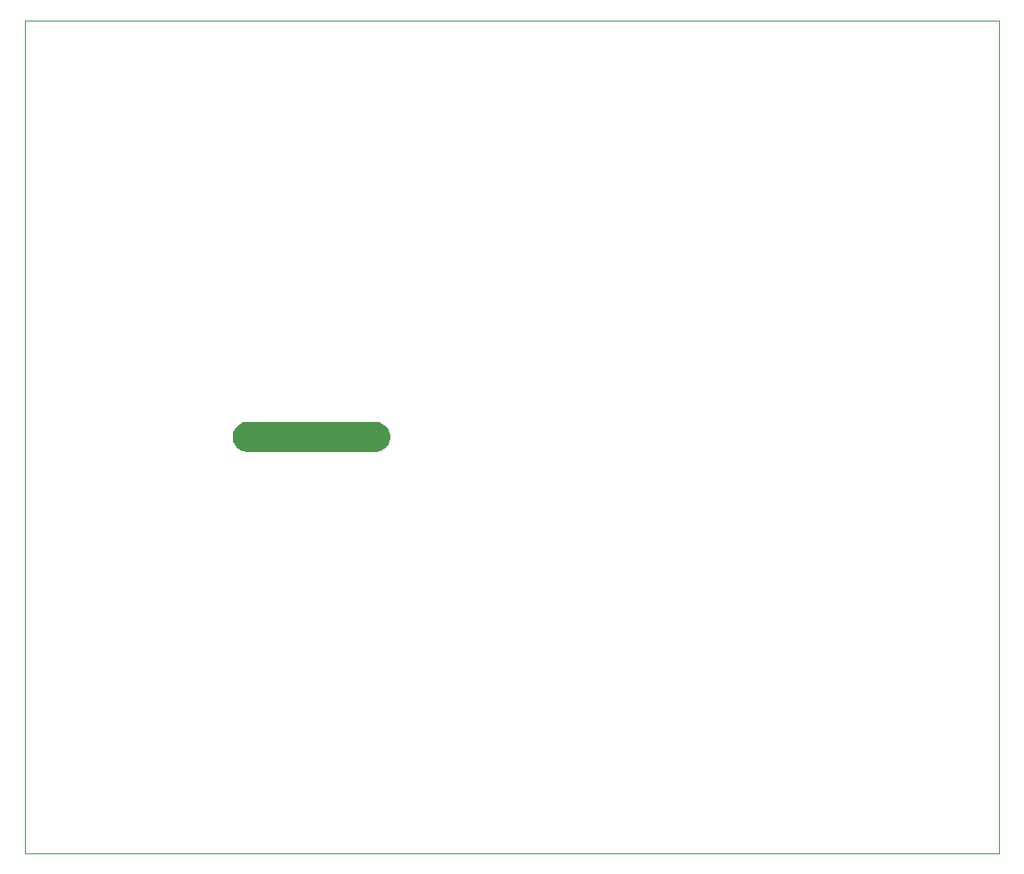
<source format=gbr>
%TF.GenerationSoftware,Altium Limited,Altium Designer,24.3.1 (35)*%
G04 Layer_Color=0*
%FSLAX45Y45*%
%MOMM*%
%TF.SameCoordinates,77145657-7363-482A-8684-523018AF0833*%
%TF.FilePolarity,Positive*%
%TF.FileFunction,Profile,NP*%
%TF.Part,Single*%
G01*
G75*
%TA.AperFunction,Profile*%
%ADD80C,0.02540*%
G36*
X2200000Y3950000D02*
X2185226Y3949999D01*
X2156247Y3955764D01*
X2128948Y3967071D01*
X2104380Y3983487D01*
X2083487Y4004380D01*
X2067072Y4028948D01*
X2055764Y4056246D01*
X2050000Y4085226D01*
Y4114773D01*
X2055764Y4143753D01*
X2067072Y4171051D01*
X2083487Y4195619D01*
X2104380Y4216512D01*
X2128948Y4232928D01*
X2156247Y4244235D01*
X2185226Y4250000D01*
X2200000Y4249999D01*
X2200000Y4250000D01*
X3449999Y4250000D01*
X3464773Y4250000D01*
X3493753Y4244235D01*
X3521051Y4232928D01*
X3545619Y4216513D01*
X3566512Y4195619D01*
X3582928Y4171052D01*
X3594235Y4143753D01*
X3600000Y4114774D01*
X3600000Y4085226D01*
X3594235Y4056246D01*
X3582928Y4028948D01*
X3566513Y4004380D01*
X3545619Y3983487D01*
X3521051Y3967072D01*
X3493753Y3955764D01*
X3464773Y3950000D01*
X3450000Y3950000D01*
X3450000D01*
X2200000Y3950000D01*
D02*
G37*
D80*
X0Y8200000D02*
X9600000D01*
Y0D01*
X0D01*
Y8200000D01*
%TF.MD5,7059d5da330d3ee6790a77b994f6e982*%
M02*

</source>
